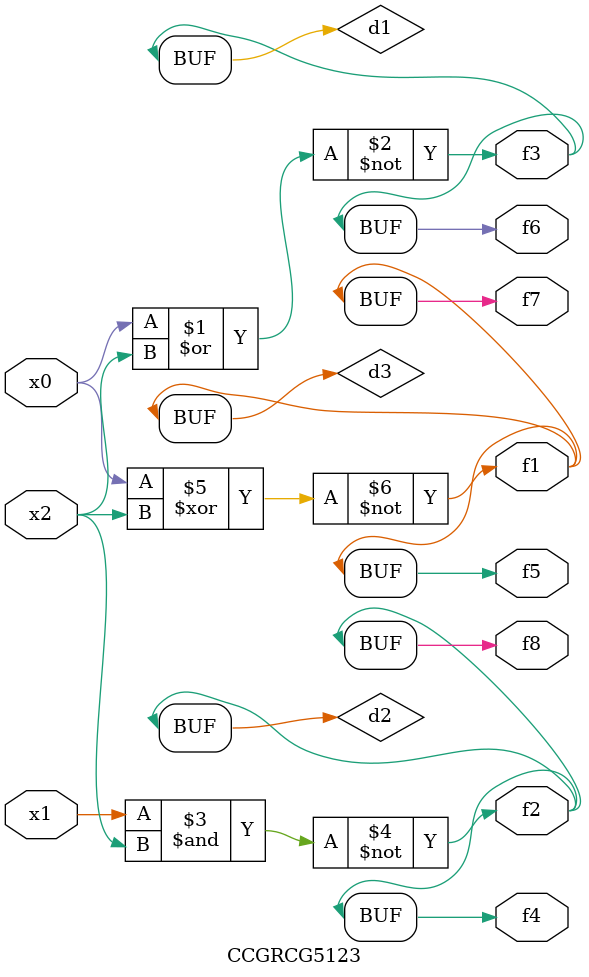
<source format=v>
module CCGRCG5123(
	input x0, x1, x2,
	output f1, f2, f3, f4, f5, f6, f7, f8
);

	wire d1, d2, d3;

	nor (d1, x0, x2);
	nand (d2, x1, x2);
	xnor (d3, x0, x2);
	assign f1 = d3;
	assign f2 = d2;
	assign f3 = d1;
	assign f4 = d2;
	assign f5 = d3;
	assign f6 = d1;
	assign f7 = d3;
	assign f8 = d2;
endmodule

</source>
